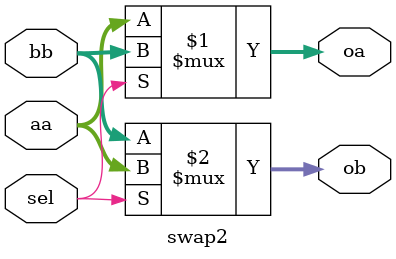
<source format=v>


module swap2 (input [2:0] aa, input [2:0]  bb, input sel,output [2:0]  oa, output [2:0]  ob);

assign oa = sel ? bb : aa;
assign ob = sel ? aa : bb;


endmodule

</source>
